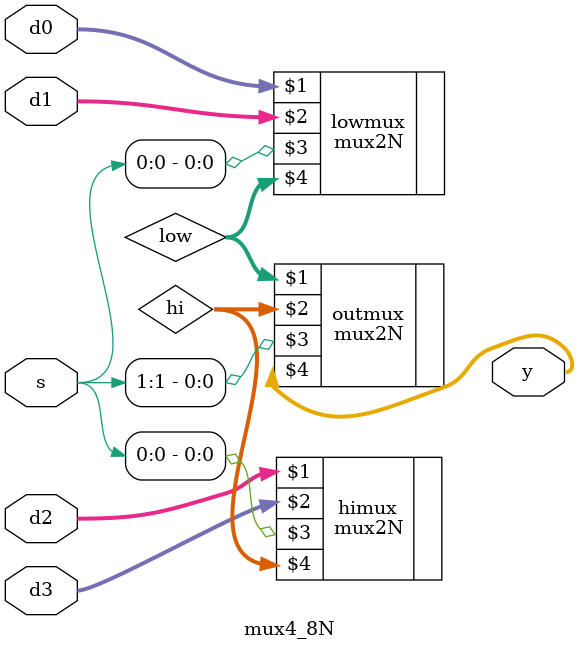
<source format=sv>
module mux4_8N(input		logic  [7:0] d0, d1, d2, d3,
              input		logic  [1:0] s,
              output	logic  [7:0] y);
    
    logic  [7:0] low, hi;
    
    mux2N lowmux(d0, d1, s[0], low);
    mux2N himux(d2, d3, s[0], hi);
    mux2N outmux(low, hi, s[1], y);
endmodule

</source>
